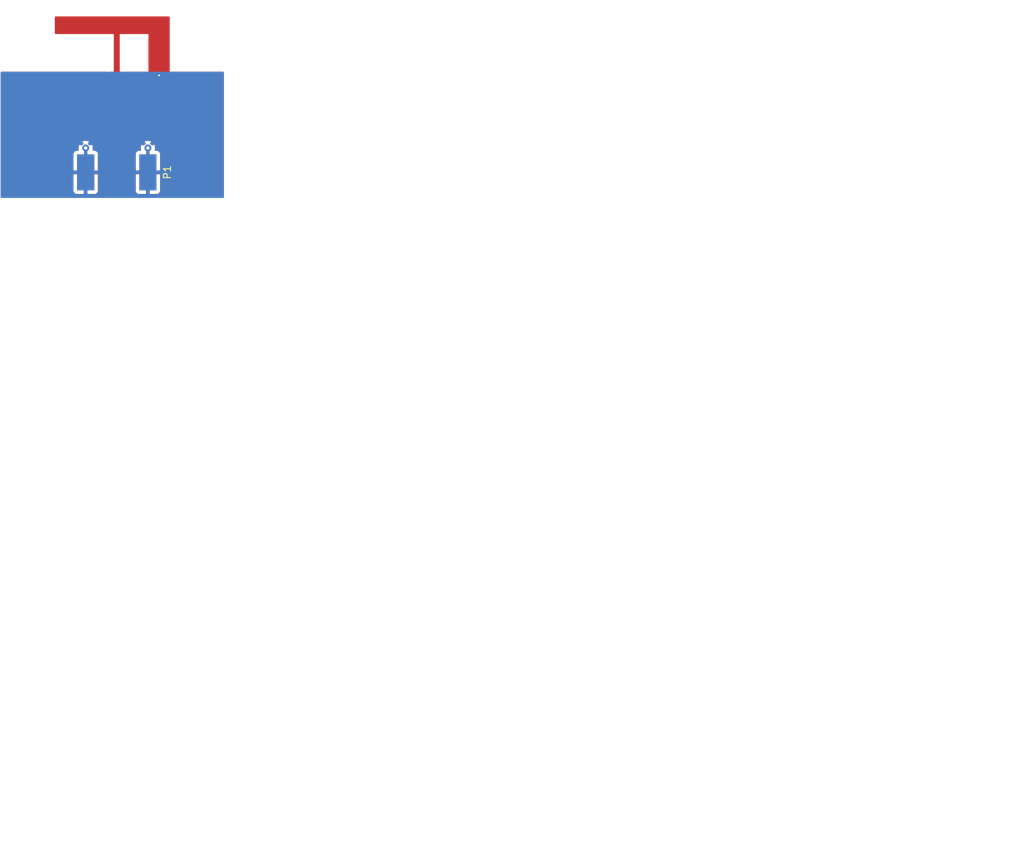
<source format=kicad_pcb>
(kicad_pcb (version 4) (host pcbnew 4.0.5)

  (general
    (links 10)
    (no_connects 2)
    (area 128.398599 72.315399 160.018401 109.450701)
    (thickness 1.6)
    (drawings 7)
    (tracks 1)
    (zones 0)
    (modules 1)
    (nets 2)
  )

  (page A4)
  (layers
    (0 F.Cu signal)
    (31 B.Cu signal)
    (32 B.Adhes user)
    (33 F.Adhes user)
    (34 B.Paste user)
    (35 F.Paste user)
    (36 B.SilkS user)
    (37 F.SilkS user)
    (38 B.Mask user)
    (39 F.Mask user)
    (40 Dwgs.User user)
    (41 Cmts.User user)
    (42 Eco1.User user)
    (43 Eco2.User user)
    (44 Edge.Cuts user)
    (45 Margin user)
    (46 B.CrtYd user)
    (47 F.CrtYd user)
    (48 B.Fab user)
    (49 F.Fab user)
  )

  (setup
    (last_trace_width 0.127)
    (trace_clearance 0.254)
    (zone_clearance 0.254)
    (zone_45_only yes)
    (trace_min 0.127)
    (segment_width 0.2)
    (edge_width 0.15)
    (via_size 0.3556)
    (via_drill 0.254)
    (via_min_size 0.254)
    (via_min_drill 0.254)
    (uvia_size 0.2032)
    (uvia_drill 0.1524)
    (uvias_allowed no)
    (uvia_min_size 0.2032)
    (uvia_min_drill 0.1524)
    (pcb_text_width 0.3)
    (pcb_text_size 1.5 1.5)
    (mod_edge_width 0.15)
    (mod_text_size 1 1)
    (mod_text_width 0.15)
    (pad_size 1.524 1.524)
    (pad_drill 0.762)
    (pad_to_mask_clearance 0.2)
    (aux_axis_origin 0 0)
    (visible_elements FFFFFF7F)
    (pcbplotparams
      (layerselection 0x030f0_80000001)
      (usegerberextensions false)
      (excludeedgelayer true)
      (linewidth 0.025400)
      (plotframeref false)
      (viasonmask false)
      (mode 1)
      (useauxorigin false)
      (hpglpennumber 1)
      (hpglpenspeed 20)
      (hpglpendiameter 15)
      (hpglpenoverlay 2)
      (psnegative false)
      (psa4output false)
      (plotreference true)
      (plotvalue true)
      (plotinvisibletext false)
      (padsonsilk false)
      (subtractmaskfromsilk false)
      (outputformat 1)
      (mirror false)
      (drillshape 0)
      (scaleselection 1)
      (outputdirectory ""))
  )

  (net 0 "")
  (net 1 GND)

  (net_class Default "This is the default net class."
    (clearance 0.254)
    (trace_width 0.127)
    (via_dia 0.3556)
    (via_drill 0.254)
    (uvia_dia 0.2032)
    (uvia_drill 0.1524)
    (add_net GND)
  )

  (module Connectors_Molex:Molex_SMA_Jack_Edge_Mount (layer F.Cu) (tedit 587D2992) (tstamp 58ABEA23)
    (at 144.8435 94.8817 90)
    (descr "Molex SMA Jack, Edge Mount, http://www.molex.com/pdm_docs/sd/732511150_sd.pdf")
    (tags "sma edge")
    (path /58ABE521)
    (attr smd)
    (fp_text reference P1 (at -1.72 7.11 90) (layer F.SilkS)
      (effects (font (size 1 1) (thickness 0.15)))
    )
    (fp_text value CONN_01X02 (at -1.72 -7.11 90) (layer F.Fab)
      (effects (font (size 1 1) (thickness 0.15)))
    )
    (fp_line (start -4.76 -0.38) (end 0.49 -0.38) (layer F.Fab) (width 0.1))
    (fp_line (start -4.76 0.38) (end 0.49 0.38) (layer F.Fab) (width 0.1))
    (fp_line (start 0.49 -0.38) (end 0.49 0.38) (layer F.Fab) (width 0.1))
    (fp_line (start 0.49 3.75) (end 0.49 4.76) (layer F.Fab) (width 0.1))
    (fp_line (start 0.49 -4.76) (end 0.49 -3.75) (layer F.Fab) (width 0.1))
    (fp_line (start -14.29 -6.09) (end -14.29 6.09) (layer F.CrtYd) (width 0.05))
    (fp_line (start -14.29 6.09) (end 2.71 6.09) (layer F.CrtYd) (width 0.05))
    (fp_line (start 2.71 -6.09) (end 2.71 6.09) (layer B.CrtYd) (width 0.05))
    (fp_line (start -14.29 -6.09) (end 2.71 -6.09) (layer B.CrtYd) (width 0.05))
    (fp_line (start -14.29 -6.09) (end -14.29 6.09) (layer B.CrtYd) (width 0.05))
    (fp_line (start -14.29 6.09) (end 2.71 6.09) (layer B.CrtYd) (width 0.05))
    (fp_line (start 2.71 -6.09) (end 2.71 6.09) (layer F.CrtYd) (width 0.05))
    (fp_line (start 2.71 -6.09) (end -14.29 -6.09) (layer F.CrtYd) (width 0.05))
    (fp_line (start -4.76 -3.75) (end 0.49 -3.75) (layer F.Fab) (width 0.1))
    (fp_line (start -4.76 3.75) (end 0.49 3.75) (layer F.Fab) (width 0.1))
    (fp_line (start -13.79 -2.65) (end -5.91 -2.65) (layer F.Fab) (width 0.1))
    (fp_line (start -13.79 -2.65) (end -13.79 2.65) (layer F.Fab) (width 0.1))
    (fp_line (start -13.79 2.65) (end -5.91 2.65) (layer F.Fab) (width 0.1))
    (fp_line (start -4.76 -3.75) (end -4.76 3.75) (layer F.Fab) (width 0.1))
    (fp_line (start 0.49 -4.76) (end -5.91 -4.76) (layer F.Fab) (width 0.1))
    (fp_line (start -5.91 -4.76) (end -5.91 4.76) (layer F.Fab) (width 0.1))
    (fp_line (start -5.91 4.76) (end 0.49 4.76) (layer F.Fab) (width 0.1))
    (pad 1 smd rect (at -1.72 0 90) (size 5.08 2.29) (layers F.Cu F.Paste F.Mask)
      (net 1 GND))
    (pad 2 smd rect (at -1.72 -4.38 90) (size 5.08 2.42) (layers F.Cu F.Paste F.Mask)
      (net 1 GND))
    (pad 2 smd rect (at -1.72 4.38 90) (size 5.08 2.42) (layers F.Cu F.Paste F.Mask)
      (net 1 GND))
    (pad 2 smd rect (at -1.72 -4.38 90) (size 5.08 2.42) (layers B.Cu B.Paste B.Mask)
      (net 1 GND))
    (pad 2 smd rect (at -1.72 4.38 90) (size 5.08 2.42) (layers B.Cu B.Paste B.Mask)
      (net 1 GND))
    (pad 2 thru_hole circle (at 1.72 -4.38 90) (size 0.97 0.97) (drill 0.46) (layers *.Cu)
      (net 1 GND))
    (pad 2 thru_hole circle (at 1.72 4.38 90) (size 0.97 0.97) (drill 0.46) (layers *.Cu)
      (net 1 GND))
    (pad 2 smd rect (at 1.27 -4.38 90) (size 0.89 0.46) (layers F.Cu)
      (net 1 GND))
    (pad 2 smd rect (at 1.27 4.38 90) (size 0.89 0.46) (layers F.Cu)
      (net 1 GND))
    (pad 2 smd rect (at 1.27 -4.38 90) (size 0.89 0.46) (layers B.Cu)
      (net 1 GND))
    (pad 2 smd rect (at 1.27 4.38 90) (size 0.89 0.46) (layers B.Cu)
      (net 1 GND))
  )

  (gr_text 0.1 (at 270.51 193.04) (layer Cmts.User)
    (effects (font (size 1.5 1.5) (thickness 0.3)))
  )
  (gr_text "February 20, 2017" (at 217.17 193.04) (layer Cmts.User)
    (effects (font (size 1.5 1.5) (thickness 0.3)))
  )
  (gr_text "Simple Inverted F Antenna Test Board" (at 208.28 189.23) (layer Cmts.User)
    (effects (font (size 1.5 1.5) (thickness 0.3)))
  )
  (gr_line (start 159.9184 100.203) (end 128.4986 100.203) (angle 90) (layer Margin) (width 0.2))
  (gr_line (start 159.9184 72.4154) (end 159.9184 100.203) (angle 90) (layer Margin) (width 0.2))
  (gr_line (start 128.4986 72.4154) (end 159.9184 72.4154) (angle 90) (layer Margin) (width 0.2))
  (gr_line (start 128.4986 100.203) (end 128.4986 72.4154) (angle 90) (layer Margin) (width 0.2))

  (via (at 150.7998 82.931) (size 0.3556) (drill 0.254) (layers F.Cu B.Cu) (net 1))

  (zone (net 1) (net_name GND) (layer F.Cu) (tstamp 58ABEBAE) (hatch edge 0.508)
    (connect_pads (clearance 0.254))
    (min_thickness 0.254)
    (fill yes (arc_segments 16) (thermal_gap 0.508) (thermal_bridge_width 0.508))
    (polygon
      (pts
        (xy 128.4986 82.423) (xy 143.5608 82.423) (xy 143.5608 94.3356) (xy 143.8148 94.3356) (xy 143.8148 82.423)
        (xy 144.4244 82.423) (xy 144.4244 77.1144) (xy 136.1186 77.1144) (xy 136.1186 74.6252) (xy 152.2984 74.6252)
        (xy 152.2984 82.423) (xy 159.9184 82.423) (xy 159.9184 100.203) (xy 128.4986 100.203)
      )
    )
    (polygon
      (pts        (xy 145.2626 77.1144) (xy 145.2626 82.423) (xy 145.8722 82.423) (xy 145.8722 94.3356) (xy 146.1262 94.3356)
        (xy 146.1262 82.423) (xy 149.3012 82.423) (xy 149.3012 77.1144)
      )
    )
    (filled_polygon
      (pts
        (xy 152.1714 82.423) (xy 152.181406 82.47241) (xy 152.209847 82.514035) (xy 152.252241 82.541315) (xy 152.2984 82.55)
        (xy 159.7914 82.55) (xy 159.7914 100.076) (xy 128.6256 100.076) (xy 128.6256 96.88745) (xy 138.6185 96.88745)
        (xy 138.6185 99.268009) (xy 138.715173 99.501398) (xy 138.893801 99.680027) (xy 139.12719 99.7767) (xy 140.17775 99.7767)
        (xy 140.3365 99.61795) (xy 140.3365 96.7287) (xy 140.5905 96.7287) (xy 140.5905 99.61795) (xy 140.74925 99.7767)
        (xy 141.79981 99.7767) (xy 142.033199 99.680027) (xy 142.211827 99.501398) (xy 142.3085 99.268009) (xy 142.3085 96.88745)
        (xy 142.14975 96.7287) (xy 140.5905 96.7287) (xy 140.3365 96.7287) (xy 138.77725 96.7287) (xy 138.6185 96.88745)
        (xy 128.6256 96.88745) (xy 128.6256 93.935391) (xy 138.6185 93.935391) (xy 138.6185 96.31595) (xy 138.77725 96.4747)
        (xy 140.3365 96.4747) (xy 140.3365 96.4547) (xy 140.5905 96.4547) (xy 140.5905 96.4747) (xy 142.14975 96.4747)
        (xy 142.3085 96.31595) (xy 142.3085 93.935391) (xy 142.211827 93.702002) (xy 142.033199 93.523373) (xy 141.79981 93.4267)
        (xy 141.555629 93.4267) (xy 141.596649 93.303136) (xy 141.564518 92.858732) (xy 141.456268 92.597392) (xy 141.2427 92.562105)
        (xy 141.114815 92.68999) (xy 141.053199 92.628373) (xy 140.886338 92.559257) (xy 141.063095 92.3825) (xy 141.027808 92.168932)
        (xy 140.604936 92.028551) (xy 140.160532 92.060682) (xy 139.899192 92.168932) (xy 139.863905 92.3825) (xy 140.040662 92.559257)
        (xy 139.873801 92.628373) (xy 139.812185 92.68999) (xy 139.6843 92.562105) (xy 139.470732 92.597392) (xy 139.330351 93.020264)
        (xy 139.359737 93.4267) (xy 139.12719 93.4267) (xy 138.893801 93.523373) (xy 138.715173 93.702002) (xy 138.6185 93.935391)
        (xy 128.6256 93.935391) (xy 128.6256 82.55) (xy 143.4338 82.55) (xy 143.4338 93.484023) (xy 143.338801 93.523373)
        (xy 143.160173 93.702002) (xy 143.0635 93.935391) (xy 143.0635 96.31595) (xy 143.0655 96.31795) (xy 143.0655 96.88545)
        (xy 143.0635 96.88745) (xy 143.0635 99.268009) (xy 143.160173 99.501398) (xy 143.338801 99.680027) (xy 143.57219 99.7767)
        (xy 144.55775 99.7767) (xy 144.56325 99.7712) (xy 145.12375 99.7712) (xy 145.12925 99.7767) (xy 146.11481 99.7767)
        (xy 146.348199 99.680027) (xy 146.526827 99.501398) (xy 146.6235 99.268009) (xy 146.6235 96.88745) (xy 147.3785 96.88745)
        (xy 147.3785 99.268009) (xy 147.475173 99.501398) (xy 147.653801 99.680027) (xy 147.88719 99.7767) (xy 148.93775 99.7767)
        (xy 149.0965 99.61795) (xy 149.0965 96.7287) (xy 149.3505 96.7287) (xy 149.3505 99.61795) (xy 149.50925 99.7767)
        (xy 150.55981 99.7767) (xy 150.793199 99.680027) (xy 150.971827 99.501398) (xy 151.0685 99.268009) (xy 151.0685 96.88745)
        (xy 150.90975 96.7287) (xy 149.3505 96.7287) (xy 149.0965 96.7287) (xy 147.53725 96.7287) (xy 147.3785 96.88745)
        (xy 146.6235 96.88745) (xy 146.6215 96.88545) (xy 146.6215 96.31795) (xy 146.6235 96.31595) (xy 146.6235 93.935391)
        (xy 147.3785 93.935391) (xy 147.3785 96.31595) (xy 147.53725 96.4747) (xy 149.0965 96.4747) (xy 149.0965 96.4547)
        (xy 149.3505 96.4547) (xy 149.3505 96.4747) (xy 150.90975 96.4747) (xy 151.0685 96.31595) (xy 151.0685 93.935391)
        (xy 150.971827 93.702002) (xy 150.793199 93.523373) (xy 150.55981 93.4267) (xy 150.315629 93.4267) (xy 150.356649 93.303136)
        (xy 150.324518 92.858732) (xy 150.216268 92.597392) (xy 150.0027 92.562105) (xy 149.874815 92.68999) (xy 149.813199 92.628373)
        (xy 149.646338 92.559257) (xy 149.823095 92.3825) (xy 149.787808 92.168932) (xy 149.364936 92.028551) (xy 148.920532 92.060682)
        (xy 148.659192 92.168932) (xy 148.623905 92.3825) (xy 148.800662 92.559257) (xy 148.633801 92.628373) (xy 148.572185 92.68999)
        (xy 148.4443 92.562105) (xy 148.230732 92.597392) (xy 148.090351 93.020264) (xy 148.119737 93.4267) (xy 147.88719 93.4267)
        (xy 147.653801 93.523373) (xy 147.475173 93.702002) (xy 147.3785 93.935391) (xy 146.6235 93.935391) (xy 146.526827 93.702002)
        (xy 146.348199 93.523373) (xy 146.2532 93.484023) (xy 146.2532 82.55) (xy 149.3012 82.55) (xy 149.35061 82.539994)
        (xy 149.392235 82.511553) (xy 149.419515 82.469159) (xy 149.4282 82.423) (xy 149.4282 77.1144) (xy 149.418194 77.06499)
        (xy 149.389753 77.023365) (xy 149.347359 76.996085) (xy 149.3012 76.9874) (xy 145.2626 76.9874) (xy 145.21319 76.997406)
        (xy 145.171565 77.025847) (xy 145.144285 77.068241) (xy 145.1356 77.1144) (xy 145.1356 82.423) (xy 145.145606 82.47241)
        (xy 145.174047 82.514035) (xy 145.216441 82.541315) (xy 145.2626 82.55) (xy 145.7452 82.55) (xy 145.7452 93.4267)
        (xy 145.12925 93.4267) (xy 144.9705 93.58545) (xy 144.9705 96.8248) (xy 144.7165 96.8248) (xy 144.7165 93.58545)
        (xy 144.55775 93.4267) (xy 143.9418 93.4267) (xy 143.9418 82.55) (xy 144.4244 82.55) (xy 144.47381 82.539994)
        (xy 144.515435 82.511553) (xy 144.542715 82.469159) (xy 144.5514 82.423) (xy 144.5514 77.1144) (xy 144.541394 77.06499)
        (xy 144.512953 77.023365) (xy 144.470559 76.996085) (xy 144.4244 76.9874) (xy 136.2456 76.9874) (xy 136.2456 74.7522)
        (xy 152.1714 74.7522)
      )
    )
  )
  (zone (net 0) (net_name "") (layer F.Cu) (tstamp 58ABF153) (hatch edge 0.508)
    (connect_pads (clearance 0.254))
    (min_thickness 0.254)
    (keepout (tracks not_allowed) (vias not_allowed) (copperpour not_allowed))
    (fill (arc_segments 16) (thermal_gap 0.508) (thermal_bridge_width 0.508))
    (polygon
      (pts
        (xy 144.5895 96.9518) (xy 145.1737 96.9518) (xy 145.1737 99.6442) (xy 144.5133 99.6442) (xy 144.5133 96.9518)
        (xy 143.1925 96.9518) (xy 143.1925 96.266) (xy 144.5895 96.266)
      )
    )
  )
  (zone (net 0) (net_name "") (layer F.Cu) (tstamp 58ABF16D) (hatch edge 0.508)
    (connect_pads (clearance 0.254))
    (min_thickness 0.254)
    (keepout (tracks not_allowed) (vias not_allowed) (copperpour not_allowed))
    (fill (arc_segments 16) (thermal_gap 0.508) (thermal_bridge_width 0.508))
    (polygon
      (pts
        (xy 146.4945 96.9391) (xy 145.0975 96.9391) (xy 145.0975 96.266) (xy 146.4945 96.266)
      )
    )
  )
  (zone (net 1) (net_name GND) (layer B.Cu) (tstamp 58ABEBAE) (hatch edge 0.508)
    (connect_pads (clearance 0.254))
    (min_thickness 0.254)
    (fill yes (arc_segments 16) (thermal_gap 0.508) (thermal_bridge_width 0.508))
    (polygon
      (pts
        (xy 159.9184 100.203) (xy 128.4986 100.203) (xy 128.4986 82.423) (xy 159.9184 82.423)
      )
    )
    (filled_polygon
      (pts
        (xy 159.7914 100.076) (xy 128.6256 100.076) (xy 128.6256 96.88745) (xy 138.6185 96.88745) (xy 138.6185 99.268009)
        (xy 138.715173 99.501398) (xy 138.893801 99.680027) (xy 139.12719 99.7767) (xy 140.17775 99.7767) (xy 140.3365 99.61795)
        (xy 140.3365 96.7287) (xy 140.5905 96.7287) (xy 140.5905 99.61795) (xy 140.74925 99.7767) (xy 141.79981 99.7767)
        (xy 142.033199 99.680027) (xy 142.211827 99.501398) (xy 142.3085 99.268009) (xy 142.3085 96.88745) (xy 147.3785 96.88745)
        (xy 147.3785 99.268009) (xy 147.475173 99.501398) (xy 147.653801 99.680027) (xy 147.88719 99.7767) (xy 148.93775 99.7767)
        (xy 149.0965 99.61795) (xy 149.0965 96.7287) (xy 149.3505 96.7287) (xy 149.3505 99.61795) (xy 149.50925 99.7767)
        (xy 150.55981 99.7767) (xy 150.793199 99.680027) (xy 150.971827 99.501398) (xy 151.0685 99.268009) (xy 151.0685 96.88745)
        (xy 150.90975 96.7287) (xy 149.3505 96.7287) (xy 149.0965 96.7287) (xy 147.53725 96.7287) (xy 147.3785 96.88745)
        (xy 142.3085 96.88745) (xy 142.14975 96.7287) (xy 140.5905 96.7287) (xy 140.3365 96.7287) (xy 138.77725 96.7287)
        (xy 138.6185 96.88745) (xy 128.6256 96.88745) (xy 128.6256 93.935391) (xy 138.6185 93.935391) (xy 138.6185 96.31595)
        (xy 138.77725 96.4747) (xy 140.3365 96.4747) (xy 140.3365 96.4547) (xy 140.5905 96.4547) (xy 140.5905 96.4747)
        (xy 142.14975 96.4747) (xy 142.3085 96.31595) (xy 142.3085 93.935391) (xy 147.3785 93.935391) (xy 147.3785 96.31595)
        (xy 147.53725 96.4747) (xy 149.0965 96.4747) (xy 149.0965 96.4547) (xy 149.3505 96.4547) (xy 149.3505 96.4747)
        (xy 150.90975 96.4747) (xy 151.0685 96.31595) (xy 151.0685 93.935391) (xy 150.971827 93.702002) (xy 150.793199 93.523373)
        (xy 150.55981 93.4267) (xy 150.315629 93.4267) (xy 150.356649 93.303136) (xy 150.324518 92.858732) (xy 150.216268 92.597392)
        (xy 150.0027 92.562105) (xy 149.874815 92.68999) (xy 149.813199 92.628373) (xy 149.646338 92.559257) (xy 149.823095 92.3825)
        (xy 149.787808 92.168932) (xy 149.364936 92.028551) (xy 148.920532 92.060682) (xy 148.659192 92.168932) (xy 148.623905 92.3825)
        (xy 148.800662 92.559257) (xy 148.633801 92.628373) (xy 148.572185 92.68999) (xy 148.4443 92.562105) (xy 148.230732 92.597392)
        (xy 148.090351 93.020264) (xy 148.119737 93.4267) (xy 147.88719 93.4267) (xy 147.653801 93.523373) (xy 147.475173 93.702002)
        (xy 147.3785 93.935391) (xy 142.3085 93.935391) (xy 142.211827 93.702002) (xy 142.033199 93.523373) (xy 141.79981 93.4267)
        (xy 141.555629 93.4267) (xy 141.596649 93.303136) (xy 141.564518 92.858732) (xy 141.456268 92.597392) (xy 141.2427 92.562105)
        (xy 141.114815 92.68999) (xy 141.053199 92.628373) (xy 140.886338 92.559257) (xy 141.063095 92.3825) (xy 141.027808 92.168932)
        (xy 140.604936 92.028551) (xy 140.160532 92.060682) (xy 139.899192 92.168932) (xy 139.863905 92.3825) (xy 140.040662 92.559257)
        (xy 139.873801 92.628373) (xy 139.812185 92.68999) (xy 139.6843 92.562105) (xy 139.470732 92.597392) (xy 139.330351 93.020264)
        (xy 139.359737 93.4267) (xy 139.12719 93.4267) (xy 138.893801 93.523373) (xy 138.715173 93.702002) (xy 138.6185 93.935391)
        (xy 128.6256 93.935391) (xy 128.6256 82.55) (xy 159.7914 82.55)
      )
    )
  )
)

</source>
